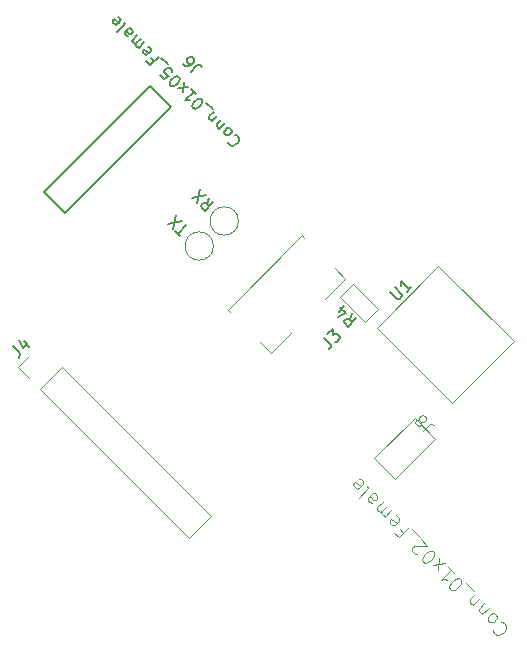
<source format=gbr>
%TF.GenerationSoftware,KiCad,Pcbnew,(6.0.8)*%
%TF.CreationDate,2022-10-29T03:41:05+02:00*%
%TF.ProjectId,view_base,76696577-5f62-4617-9365-2e6b69636164,rev?*%
%TF.SameCoordinates,Original*%
%TF.FileFunction,Legend,Top*%
%TF.FilePolarity,Positive*%
%FSLAX46Y46*%
G04 Gerber Fmt 4.6, Leading zero omitted, Abs format (unit mm)*
G04 Created by KiCad (PCBNEW (6.0.8)) date 2022-10-29 03:41:05*
%MOMM*%
%LPD*%
G01*
G04 APERTURE LIST*
%ADD10C,0.150000*%
%ADD11C,0.101600*%
%ADD12C,0.120000*%
%ADD13C,0.100000*%
G04 APERTURE END LIST*
D10*
%TO.C,J6*%
X94446824Y-28724580D02*
X94951900Y-28219504D01*
X95086587Y-28152160D01*
X95221274Y-28152160D01*
X95355961Y-28219504D01*
X95423304Y-28286847D01*
X93807060Y-28084817D02*
X93941747Y-28219504D01*
X94042763Y-28253175D01*
X94110106Y-28253175D01*
X94278465Y-28219504D01*
X94446824Y-28118488D01*
X94716198Y-27849114D01*
X94749869Y-27748099D01*
X94749869Y-27680756D01*
X94716198Y-27579740D01*
X94581511Y-27445053D01*
X94480495Y-27411382D01*
X94413152Y-27411382D01*
X94312137Y-27445053D01*
X94143778Y-27613412D01*
X94110106Y-27714427D01*
X94110106Y-27781771D01*
X94143778Y-27882786D01*
X94278465Y-28017473D01*
X94379480Y-28051145D01*
X94446824Y-28051145D01*
X94547839Y-28017473D01*
X98234895Y-34061553D02*
X98302239Y-34061553D01*
X98436926Y-34128896D01*
X98504269Y-34196240D01*
X98571613Y-34330927D01*
X98571613Y-34465614D01*
X98537941Y-34566629D01*
X98436926Y-34734988D01*
X98335910Y-34836003D01*
X98167552Y-34937018D01*
X98066536Y-34970690D01*
X97931849Y-34970690D01*
X97797162Y-34903347D01*
X97729819Y-34836003D01*
X97662475Y-34701316D01*
X97662475Y-34633973D01*
X97898178Y-33590148D02*
X97931849Y-33691164D01*
X97931849Y-33758507D01*
X97898178Y-33859522D01*
X97696147Y-34061553D01*
X97595132Y-34095225D01*
X97527788Y-34095225D01*
X97426773Y-34061553D01*
X97325758Y-33960538D01*
X97292086Y-33859522D01*
X97292086Y-33792179D01*
X97325758Y-33691164D01*
X97527788Y-33489133D01*
X97628804Y-33455461D01*
X97696147Y-33455461D01*
X97797162Y-33489133D01*
X97898178Y-33590148D01*
X96888025Y-33522805D02*
X97359430Y-33051400D01*
X96955369Y-33455461D02*
X96888025Y-33455461D01*
X96787010Y-33421790D01*
X96685995Y-33320774D01*
X96652323Y-33219759D01*
X96685995Y-33118744D01*
X97056384Y-32748355D01*
X96248262Y-32883042D02*
X96719666Y-32411637D01*
X96315605Y-32815698D02*
X96248262Y-32815698D01*
X96147247Y-32782026D01*
X96046231Y-32681011D01*
X96012560Y-32579996D01*
X96046231Y-32478981D01*
X96416621Y-32108591D01*
X96315605Y-31872889D02*
X95776857Y-31334141D01*
X94699361Y-31805546D02*
X94632018Y-31738202D01*
X94598346Y-31637187D01*
X94598346Y-31569843D01*
X94632018Y-31468828D01*
X94733033Y-31300469D01*
X94901392Y-31132111D01*
X95069751Y-31031095D01*
X95170766Y-30997424D01*
X95238109Y-30997424D01*
X95339125Y-31031095D01*
X95406468Y-31098439D01*
X95440140Y-31199454D01*
X95440140Y-31266798D01*
X95406468Y-31367813D01*
X95305453Y-31536172D01*
X95137094Y-31704530D01*
X94968735Y-31805546D01*
X94867720Y-31839217D01*
X94800377Y-31839217D01*
X94699361Y-31805546D01*
X94497331Y-30189302D02*
X94901392Y-30593363D01*
X94699361Y-30391332D02*
X93992255Y-31098439D01*
X94160613Y-31064767D01*
X94295300Y-31064767D01*
X94396316Y-31098439D01*
X94261629Y-29953599D02*
X93419835Y-30054615D01*
X93790224Y-30425004D02*
X93891239Y-29583210D01*
X92780071Y-29886256D02*
X92712728Y-29818912D01*
X92679056Y-29717897D01*
X92679056Y-29650554D01*
X92712728Y-29549538D01*
X92813743Y-29381179D01*
X92982102Y-29212821D01*
X93150461Y-29111805D01*
X93251476Y-29078134D01*
X93318820Y-29078134D01*
X93419835Y-29111805D01*
X93487178Y-29179149D01*
X93520850Y-29280164D01*
X93520850Y-29347508D01*
X93487178Y-29448523D01*
X93386163Y-29616882D01*
X93217804Y-29785241D01*
X93049445Y-29886256D01*
X92948430Y-29919928D01*
X92881087Y-29919928D01*
X92780071Y-29886256D01*
X91904606Y-29010790D02*
X92241323Y-29347508D01*
X92611713Y-29044462D01*
X92544369Y-29044462D01*
X92443354Y-29010790D01*
X92274995Y-28842431D01*
X92241323Y-28741416D01*
X92241323Y-28674073D01*
X92274995Y-28573057D01*
X92443354Y-28404699D01*
X92544369Y-28371027D01*
X92611713Y-28371027D01*
X92712728Y-28404699D01*
X92881087Y-28573057D01*
X92914758Y-28674073D01*
X92914758Y-28741416D01*
X92510697Y-28067981D02*
X91971949Y-27529233D01*
X91130156Y-27562905D02*
X91365858Y-27798607D01*
X91736247Y-27428218D02*
X91029140Y-28135325D01*
X90692423Y-27798607D01*
X90827110Y-26586424D02*
X90928125Y-26620096D01*
X91062812Y-26754783D01*
X91096484Y-26855798D01*
X91062812Y-26956813D01*
X90793438Y-27226187D01*
X90692423Y-27259859D01*
X90591408Y-27226187D01*
X90456721Y-27091500D01*
X90423049Y-26990485D01*
X90456721Y-26889470D01*
X90524064Y-26822126D01*
X90928125Y-27091500D01*
X90524064Y-26216035D02*
X90052660Y-26687439D01*
X90120003Y-26620096D02*
X90052660Y-26620096D01*
X89951644Y-26586424D01*
X89850629Y-26485409D01*
X89816957Y-26384394D01*
X89850629Y-26283378D01*
X90221018Y-25912989D01*
X89850629Y-26283378D02*
X89749614Y-26317050D01*
X89648599Y-26283378D01*
X89547583Y-26182363D01*
X89513912Y-26081348D01*
X89547583Y-25980333D01*
X89917973Y-25609943D01*
X89278209Y-24970180D02*
X88907820Y-25340569D01*
X88874148Y-25441585D01*
X88907820Y-25542600D01*
X89042507Y-25677287D01*
X89143522Y-25710959D01*
X89244538Y-25003852D02*
X89345553Y-25037524D01*
X89513912Y-25205882D01*
X89547583Y-25306898D01*
X89513912Y-25407913D01*
X89446568Y-25475256D01*
X89345553Y-25508928D01*
X89244538Y-25475256D01*
X89076179Y-25306898D01*
X88975164Y-25273226D01*
X88840477Y-24532447D02*
X88874148Y-24633463D01*
X88840477Y-24734478D01*
X88234385Y-25340569D01*
X88268057Y-24027371D02*
X88369072Y-24061043D01*
X88503759Y-24195730D01*
X88537431Y-24296745D01*
X88503759Y-24397760D01*
X88234385Y-24667134D01*
X88133370Y-24700806D01*
X88032355Y-24667134D01*
X87897668Y-24532447D01*
X87863996Y-24431432D01*
X87897668Y-24330417D01*
X87965011Y-24263073D01*
X88369072Y-24532447D01*
%TO.C,U1*%
X111326360Y-47337308D02*
X111898780Y-47909728D01*
X111999795Y-47943400D01*
X112067139Y-47943400D01*
X112168154Y-47909728D01*
X112302841Y-47775041D01*
X112336513Y-47674026D01*
X112336513Y-47606682D01*
X112302841Y-47505667D01*
X111730421Y-46933247D01*
X113144635Y-46933247D02*
X112740574Y-47337308D01*
X112942604Y-47135278D02*
X112235498Y-46428171D01*
X112269169Y-46596530D01*
X112269169Y-46731217D01*
X112235498Y-46832232D01*
%TO.C,TP4*%
X95969965Y-39363654D02*
X95868950Y-39936074D01*
X96374026Y-39767715D02*
X95666920Y-40474822D01*
X95397545Y-40205448D01*
X95363874Y-40104433D01*
X95363874Y-40037089D01*
X95397545Y-39936074D01*
X95498561Y-39835059D01*
X95599576Y-39801387D01*
X95666920Y-39801387D01*
X95767935Y-39835059D01*
X96037309Y-40104433D01*
X95027156Y-39835059D02*
X95262858Y-38656547D01*
X94555752Y-39363654D02*
X95734263Y-39127952D01*
%TO.C,R4*%
X108077072Y-49158629D02*
X107976057Y-49731049D01*
X108481133Y-49562690D02*
X107774027Y-50269797D01*
X107504652Y-50000423D01*
X107470981Y-49899408D01*
X107470981Y-49832064D01*
X107504652Y-49731049D01*
X107605668Y-49630034D01*
X107706683Y-49596362D01*
X107774027Y-49596362D01*
X107875042Y-49630034D01*
X108144416Y-49899408D01*
X106999576Y-49023942D02*
X107470981Y-48552537D01*
X106898561Y-49461675D02*
X107571996Y-49124957D01*
X107134263Y-48687224D01*
%TO.C,J4*%
X79453940Y-51925345D02*
X79959016Y-52430421D01*
X80026360Y-52565108D01*
X80026360Y-52699795D01*
X79959016Y-52834482D01*
X79891673Y-52901825D01*
X80329406Y-51521284D02*
X80800810Y-51992688D01*
X79891673Y-51420268D02*
X80228390Y-52093703D01*
X80666123Y-51655971D01*
%TO.C,TP3*%
X93562436Y-42612980D02*
X93158375Y-42208919D01*
X94067513Y-41703842D02*
X93360406Y-42410949D01*
X92990017Y-42040560D02*
X93225719Y-40862049D01*
X92518612Y-41569155D02*
X93697123Y-41333453D01*
D11*
%TO.C,J8*%
X114094750Y-59086179D02*
X114599826Y-58581103D01*
X114734513Y-58513759D01*
X114869200Y-58513759D01*
X115003887Y-58581103D01*
X115071231Y-58648446D01*
X113960063Y-58345401D02*
X113993735Y-58446416D01*
X113993735Y-58513759D01*
X113960063Y-58614775D01*
X113926391Y-58648446D01*
X113825376Y-58682118D01*
X113758033Y-58682118D01*
X113657017Y-58648446D01*
X113522330Y-58513759D01*
X113488659Y-58412744D01*
X113488659Y-58345401D01*
X113522330Y-58244385D01*
X113556002Y-58210714D01*
X113657017Y-58177042D01*
X113724361Y-58177042D01*
X113825376Y-58210714D01*
X113960063Y-58345401D01*
X114061078Y-58379072D01*
X114128422Y-58379072D01*
X114229437Y-58345401D01*
X114364124Y-58210714D01*
X114397796Y-58109698D01*
X114397796Y-58042355D01*
X114364124Y-57941340D01*
X114229437Y-57806653D01*
X114128422Y-57772981D01*
X114061078Y-57772981D01*
X113960063Y-57806653D01*
X113825376Y-57941340D01*
X113791704Y-58042355D01*
X113791704Y-58109698D01*
X113825376Y-58210714D01*
X120752447Y-75282376D02*
X120833697Y-75282376D01*
X120996197Y-75363626D01*
X121077447Y-75444876D01*
X121158697Y-75607376D01*
X121158697Y-75769876D01*
X121118072Y-75891751D01*
X120996197Y-76094875D01*
X120874322Y-76216750D01*
X120671197Y-76338625D01*
X120549322Y-76379250D01*
X120386823Y-76379250D01*
X120224323Y-76298000D01*
X120143073Y-76216750D01*
X120061823Y-76054251D01*
X120061823Y-75973001D01*
X120346198Y-74713627D02*
X120386823Y-74835501D01*
X120386823Y-74916751D01*
X120346198Y-75038626D01*
X120102448Y-75282376D01*
X119980573Y-75323001D01*
X119899323Y-75323001D01*
X119777448Y-75282376D01*
X119655573Y-75160501D01*
X119614948Y-75038626D01*
X119614948Y-74957376D01*
X119655573Y-74835501D01*
X119899323Y-74591752D01*
X120021198Y-74551127D01*
X120102448Y-74551127D01*
X120224323Y-74591752D01*
X120346198Y-74713627D01*
X119127449Y-74632377D02*
X119696198Y-74063627D01*
X119208699Y-74551127D02*
X119127449Y-74551127D01*
X119005574Y-74510502D01*
X118883699Y-74388627D01*
X118843074Y-74266752D01*
X118883699Y-74144877D01*
X119330573Y-73698002D01*
X118355574Y-73860502D02*
X118924324Y-73291753D01*
X118436824Y-73779252D02*
X118355574Y-73779252D01*
X118233699Y-73738627D01*
X118111824Y-73616752D01*
X118071199Y-73494878D01*
X118111824Y-73373003D01*
X118558699Y-72926128D01*
X118436824Y-72641753D02*
X117786825Y-71991754D01*
X116486826Y-72560503D02*
X116405576Y-72479253D01*
X116364951Y-72357378D01*
X116364951Y-72276128D01*
X116405576Y-72154254D01*
X116527451Y-71951129D01*
X116730575Y-71748004D01*
X116933700Y-71626129D01*
X117055575Y-71585504D01*
X117136825Y-71585504D01*
X117258700Y-71626129D01*
X117339950Y-71707379D01*
X117380575Y-71829254D01*
X117380575Y-71910504D01*
X117339950Y-72032379D01*
X117218075Y-72235504D01*
X117014950Y-72438628D01*
X116811825Y-72560503D01*
X116689950Y-72601128D01*
X116608701Y-72601128D01*
X116486826Y-72560503D01*
X116243076Y-70610505D02*
X116730575Y-71098004D01*
X116486826Y-70854255D02*
X115633701Y-71707379D01*
X115836826Y-71666754D01*
X115999326Y-71666754D01*
X116121201Y-71707379D01*
X115958701Y-70326130D02*
X114943077Y-70448005D01*
X115389952Y-70894880D02*
X115511826Y-69879255D01*
X114171202Y-70244880D02*
X114089953Y-70163630D01*
X114049328Y-70041755D01*
X114049328Y-69960505D01*
X114089953Y-69838630D01*
X114211827Y-69635506D01*
X114414952Y-69432381D01*
X114618077Y-69310506D01*
X114739952Y-69269881D01*
X114821202Y-69269881D01*
X114943077Y-69310506D01*
X115024327Y-69391756D01*
X115064952Y-69513631D01*
X115064952Y-69594881D01*
X115024327Y-69716755D01*
X114902452Y-69919880D01*
X114699327Y-70123005D01*
X114496202Y-70244880D01*
X114374327Y-70285505D01*
X114293077Y-70285505D01*
X114171202Y-70244880D01*
X113643078Y-69554256D02*
X113561828Y-69554256D01*
X113439953Y-69513631D01*
X113236828Y-69310506D01*
X113196203Y-69188631D01*
X113196203Y-69107381D01*
X113236828Y-68985506D01*
X113318078Y-68904256D01*
X113480578Y-68823006D01*
X114455577Y-68823006D01*
X113927453Y-68294882D01*
X113846203Y-68051132D02*
X113196203Y-67401132D01*
X112180579Y-67441757D02*
X112464954Y-67726132D01*
X112911828Y-67279257D02*
X112058704Y-68132382D01*
X111652454Y-67726132D01*
X111814954Y-66263633D02*
X111936829Y-66304258D01*
X112099329Y-66466758D01*
X112139954Y-66588633D01*
X112099329Y-66710508D01*
X111774329Y-67035508D01*
X111652454Y-67076133D01*
X111530580Y-67035508D01*
X111368080Y-66873008D01*
X111327455Y-66751133D01*
X111368080Y-66629258D01*
X111449330Y-66548008D01*
X111936829Y-66873008D01*
X111449330Y-65816759D02*
X110880580Y-66385508D01*
X110961830Y-66304258D02*
X110880580Y-66304258D01*
X110758705Y-66263633D01*
X110636830Y-66141758D01*
X110596205Y-66019883D01*
X110636830Y-65898008D01*
X111083705Y-65451134D01*
X110636830Y-65898008D02*
X110514955Y-65938633D01*
X110393080Y-65898008D01*
X110271206Y-65776134D01*
X110230581Y-65654259D01*
X110271206Y-65532384D01*
X110718080Y-65085509D01*
X109946206Y-64313635D02*
X109499331Y-64760509D01*
X109458706Y-64882384D01*
X109499331Y-65004259D01*
X109661831Y-65166759D01*
X109783706Y-65207384D01*
X109905581Y-64354260D02*
X110027456Y-64394885D01*
X110230581Y-64598009D01*
X110271206Y-64719884D01*
X110230581Y-64841759D01*
X110149331Y-64923009D01*
X110027456Y-64963634D01*
X109905581Y-64923009D01*
X109702456Y-64719884D01*
X109580581Y-64679259D01*
X109418081Y-63785510D02*
X109458706Y-63907385D01*
X109418081Y-64029260D01*
X108686832Y-64760509D01*
X108727457Y-63176136D02*
X108849332Y-63216761D01*
X109011832Y-63379260D01*
X109052456Y-63501135D01*
X109011832Y-63623010D01*
X108686832Y-63948010D01*
X108564957Y-63988635D01*
X108443082Y-63948010D01*
X108280582Y-63785510D01*
X108239957Y-63663635D01*
X108280582Y-63541760D01*
X108361832Y-63460510D01*
X108849332Y-63785510D01*
D10*
%TO.C,J3*%
X105774300Y-51208382D02*
X106279376Y-51713458D01*
X106346720Y-51848145D01*
X106346720Y-51982832D01*
X106279376Y-52117519D01*
X106212033Y-52184862D01*
X106043674Y-50939008D02*
X106481407Y-50501275D01*
X106515079Y-51006351D01*
X106616094Y-50905336D01*
X106717109Y-50871664D01*
X106784453Y-50871664D01*
X106885468Y-50905336D01*
X107053827Y-51073695D01*
X107087498Y-51174710D01*
X107087498Y-51242053D01*
X107053827Y-51343069D01*
X106851796Y-51545099D01*
X106750781Y-51578771D01*
X106683437Y-51578771D01*
%TO.C,J6*%
X83807898Y-40688154D02*
X82011846Y-38892102D01*
X92788154Y-31707898D02*
X90992102Y-29911846D01*
X82011846Y-38892102D02*
X90992102Y-29911846D01*
X92788154Y-31707898D02*
X83807898Y-40688154D01*
D12*
%TO.C,U1*%
X115434315Y-45135176D02*
X121798276Y-51499137D01*
X121798276Y-51499137D02*
X116565685Y-56731728D01*
X116565685Y-56731728D02*
X110201724Y-50367767D01*
X110201724Y-50367767D02*
X115434315Y-45135176D01*
%TO.C,TP4*%
X98500000Y-41333452D02*
G75*
G03*
X98500000Y-41333452I-1200000J0D01*
G01*
%TO.C,R4*%
X107073654Y-47805025D02*
X109194975Y-49926346D01*
X108205025Y-46673654D02*
X107073654Y-47805025D01*
X109194975Y-49926346D02*
X110326346Y-48794975D01*
X110326346Y-48794975D02*
X108205025Y-46673654D01*
%TO.C,J4*%
X80783975Y-54664879D02*
X79843523Y-53724427D01*
X81682001Y-55562905D02*
X94296786Y-68177690D01*
X79843523Y-53724427D02*
X80783975Y-52783975D01*
X83562905Y-53682001D02*
X96177690Y-66296786D01*
X94296786Y-68177690D02*
X96177690Y-66296786D01*
X81682001Y-55562905D02*
X83562905Y-53682001D01*
%TO.C,TP3*%
X96378681Y-43454774D02*
G75*
G03*
X96378681Y-43454774I-1200000J0D01*
G01*
D13*
%TO.C,J8*%
X115180940Y-59786827D02*
X111786827Y-63180940D01*
X110019060Y-61413173D02*
X113413173Y-58019060D01*
X111786827Y-63180940D02*
X110019060Y-61413173D01*
X113413173Y-58019060D02*
X115180940Y-59786827D01*
D12*
%TO.C,J3*%
X105796216Y-47972835D02*
X107549806Y-46219245D01*
X107549806Y-46219245D02*
X106644737Y-45314177D01*
X104070813Y-42740252D02*
X103872850Y-42542290D01*
X103872850Y-42542290D02*
X97579613Y-48835527D01*
X101256568Y-52512483D02*
X103010158Y-50758892D01*
X100351500Y-51607414D02*
X101256568Y-52512483D01*
X97579613Y-48835527D02*
X97777575Y-49033490D01*
%TD*%
M02*

</source>
